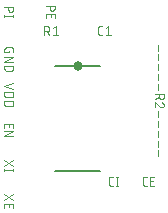
<source format=gbr>
G04 EAGLE Gerber RS-274X export*
G75*
%MOMM*%
%FSLAX34Y34*%
%LPD*%
%INSilkscreen Top*%
%IPPOS*%
%AMOC8*
5,1,8,0,0,1.08239X$1,22.5*%
G01*
%ADD10C,0.050800*%
%ADD11C,0.127000*%
%ADD12C,0.800000*%


D10*
X115713Y160254D02*
X114019Y160254D01*
X113938Y160256D01*
X113858Y160262D01*
X113778Y160271D01*
X113699Y160285D01*
X113620Y160302D01*
X113542Y160323D01*
X113465Y160347D01*
X113390Y160375D01*
X113316Y160407D01*
X113243Y160442D01*
X113173Y160481D01*
X113104Y160523D01*
X113037Y160568D01*
X112972Y160616D01*
X112910Y160668D01*
X112851Y160722D01*
X112794Y160779D01*
X112740Y160838D01*
X112688Y160900D01*
X112640Y160965D01*
X112595Y161032D01*
X112553Y161101D01*
X112514Y161171D01*
X112479Y161244D01*
X112447Y161318D01*
X112419Y161393D01*
X112395Y161470D01*
X112374Y161548D01*
X112357Y161627D01*
X112343Y161706D01*
X112334Y161786D01*
X112328Y161866D01*
X112326Y161947D01*
X112326Y166181D01*
X112328Y166262D01*
X112334Y166342D01*
X112343Y166422D01*
X112357Y166501D01*
X112374Y166580D01*
X112395Y166658D01*
X112419Y166735D01*
X112447Y166810D01*
X112479Y166884D01*
X112514Y166957D01*
X112553Y167027D01*
X112595Y167096D01*
X112640Y167163D01*
X112688Y167228D01*
X112740Y167290D01*
X112794Y167349D01*
X112851Y167406D01*
X112910Y167460D01*
X112972Y167512D01*
X113037Y167560D01*
X113104Y167605D01*
X113172Y167647D01*
X113243Y167686D01*
X113316Y167721D01*
X113390Y167753D01*
X113465Y167781D01*
X113542Y167805D01*
X113620Y167826D01*
X113699Y167843D01*
X113778Y167857D01*
X113858Y167866D01*
X113938Y167872D01*
X114019Y167874D01*
X115713Y167874D01*
X118441Y166181D02*
X120557Y167874D01*
X120557Y160254D01*
X118441Y160254D02*
X122674Y160254D01*
X151814Y32754D02*
X153508Y32754D01*
X151814Y32754D02*
X151733Y32756D01*
X151653Y32762D01*
X151573Y32771D01*
X151494Y32785D01*
X151415Y32802D01*
X151337Y32823D01*
X151260Y32847D01*
X151185Y32875D01*
X151111Y32907D01*
X151038Y32942D01*
X150968Y32981D01*
X150899Y33023D01*
X150832Y33068D01*
X150767Y33116D01*
X150705Y33168D01*
X150646Y33222D01*
X150589Y33279D01*
X150535Y33338D01*
X150483Y33400D01*
X150435Y33465D01*
X150390Y33532D01*
X150348Y33601D01*
X150309Y33671D01*
X150274Y33744D01*
X150242Y33818D01*
X150214Y33893D01*
X150190Y33970D01*
X150169Y34048D01*
X150152Y34127D01*
X150138Y34206D01*
X150129Y34286D01*
X150123Y34366D01*
X150121Y34447D01*
X150121Y38681D01*
X150123Y38762D01*
X150129Y38842D01*
X150138Y38922D01*
X150152Y39001D01*
X150169Y39080D01*
X150190Y39158D01*
X150214Y39235D01*
X150242Y39310D01*
X150274Y39384D01*
X150309Y39457D01*
X150348Y39527D01*
X150390Y39596D01*
X150435Y39663D01*
X150483Y39728D01*
X150535Y39790D01*
X150589Y39849D01*
X150646Y39906D01*
X150705Y39960D01*
X150767Y40012D01*
X150832Y40060D01*
X150899Y40105D01*
X150967Y40147D01*
X151038Y40186D01*
X151111Y40221D01*
X151185Y40253D01*
X151260Y40281D01*
X151337Y40305D01*
X151415Y40326D01*
X151494Y40343D01*
X151573Y40357D01*
X151653Y40366D01*
X151733Y40372D01*
X151814Y40374D01*
X153508Y40374D01*
X156492Y32754D02*
X159879Y32754D01*
X156492Y32754D02*
X156492Y40374D01*
X159879Y40374D01*
X159032Y36987D02*
X156492Y36987D01*
X124579Y32754D02*
X122886Y32754D01*
X122805Y32756D01*
X122725Y32762D01*
X122645Y32771D01*
X122566Y32785D01*
X122487Y32802D01*
X122409Y32823D01*
X122332Y32847D01*
X122257Y32875D01*
X122183Y32907D01*
X122110Y32942D01*
X122040Y32981D01*
X121971Y33023D01*
X121904Y33068D01*
X121839Y33116D01*
X121777Y33168D01*
X121718Y33222D01*
X121661Y33279D01*
X121607Y33338D01*
X121555Y33400D01*
X121507Y33465D01*
X121462Y33532D01*
X121420Y33601D01*
X121381Y33671D01*
X121346Y33744D01*
X121314Y33818D01*
X121286Y33893D01*
X121262Y33970D01*
X121241Y34048D01*
X121224Y34127D01*
X121210Y34206D01*
X121201Y34286D01*
X121195Y34366D01*
X121193Y34447D01*
X121192Y34447D02*
X121192Y38681D01*
X121193Y38681D02*
X121195Y38762D01*
X121201Y38842D01*
X121210Y38922D01*
X121224Y39001D01*
X121241Y39080D01*
X121262Y39158D01*
X121286Y39235D01*
X121314Y39310D01*
X121346Y39384D01*
X121381Y39457D01*
X121420Y39527D01*
X121462Y39596D01*
X121507Y39663D01*
X121555Y39728D01*
X121607Y39790D01*
X121661Y39849D01*
X121718Y39906D01*
X121777Y39960D01*
X121839Y40012D01*
X121904Y40060D01*
X121971Y40105D01*
X122039Y40147D01*
X122110Y40186D01*
X122183Y40221D01*
X122257Y40253D01*
X122332Y40281D01*
X122409Y40305D01*
X122487Y40326D01*
X122566Y40343D01*
X122645Y40357D01*
X122725Y40366D01*
X122805Y40372D01*
X122886Y40374D01*
X124579Y40374D01*
X127961Y40374D02*
X127961Y32754D01*
X127114Y32754D02*
X128808Y32754D01*
X128808Y40374D02*
X127114Y40374D01*
X32754Y81893D02*
X32754Y85280D01*
X40374Y85280D01*
X40374Y81893D01*
X36987Y82740D02*
X36987Y85280D01*
X40374Y78953D02*
X32754Y78953D01*
X32754Y74720D02*
X40374Y78953D01*
X40374Y74720D02*
X32754Y74720D01*
X36987Y145686D02*
X36987Y146956D01*
X36987Y145686D02*
X32754Y145686D01*
X32754Y148226D01*
X32756Y148307D01*
X32762Y148387D01*
X32771Y148467D01*
X32785Y148546D01*
X32802Y148625D01*
X32823Y148703D01*
X32847Y148780D01*
X32875Y148855D01*
X32907Y148929D01*
X32942Y149002D01*
X32981Y149073D01*
X33023Y149141D01*
X33068Y149208D01*
X33116Y149273D01*
X33168Y149335D01*
X33222Y149394D01*
X33279Y149451D01*
X33338Y149505D01*
X33400Y149557D01*
X33465Y149605D01*
X33532Y149650D01*
X33601Y149692D01*
X33671Y149731D01*
X33744Y149766D01*
X33818Y149798D01*
X33893Y149826D01*
X33970Y149850D01*
X34048Y149871D01*
X34127Y149888D01*
X34206Y149902D01*
X34286Y149911D01*
X34366Y149917D01*
X34447Y149919D01*
X34447Y149920D02*
X38681Y149920D01*
X38681Y149919D02*
X38762Y149917D01*
X38842Y149911D01*
X38922Y149902D01*
X39001Y149888D01*
X39080Y149871D01*
X39158Y149850D01*
X39235Y149826D01*
X39310Y149798D01*
X39384Y149766D01*
X39457Y149731D01*
X39527Y149692D01*
X39596Y149650D01*
X39663Y149605D01*
X39728Y149557D01*
X39790Y149505D01*
X39849Y149451D01*
X39906Y149394D01*
X39960Y149335D01*
X40012Y149273D01*
X40060Y149208D01*
X40105Y149141D01*
X40147Y149073D01*
X40186Y149002D01*
X40221Y148929D01*
X40253Y148855D01*
X40281Y148780D01*
X40305Y148703D01*
X40326Y148625D01*
X40343Y148546D01*
X40357Y148467D01*
X40366Y148387D01*
X40372Y148307D01*
X40374Y148226D01*
X40374Y145686D01*
X40374Y142117D02*
X32754Y142117D01*
X32754Y137883D02*
X40374Y142117D01*
X40374Y137883D02*
X32754Y137883D01*
X32754Y134314D02*
X40374Y134314D01*
X40374Y132197D01*
X40372Y132107D01*
X40366Y132017D01*
X40357Y131928D01*
X40344Y131839D01*
X40326Y131751D01*
X40306Y131664D01*
X40281Y131577D01*
X40253Y131492D01*
X40221Y131408D01*
X40186Y131325D01*
X40147Y131244D01*
X40105Y131165D01*
X40060Y131087D01*
X40011Y131012D01*
X39959Y130938D01*
X39904Y130867D01*
X39846Y130798D01*
X39785Y130732D01*
X39722Y130669D01*
X39656Y130608D01*
X39587Y130550D01*
X39516Y130495D01*
X39442Y130443D01*
X39367Y130394D01*
X39289Y130349D01*
X39210Y130307D01*
X39129Y130268D01*
X39046Y130233D01*
X38962Y130201D01*
X38877Y130173D01*
X38790Y130148D01*
X38703Y130128D01*
X38615Y130110D01*
X38526Y130097D01*
X38437Y130088D01*
X38347Y130082D01*
X38257Y130080D01*
X34871Y130080D01*
X34781Y130082D01*
X34691Y130088D01*
X34602Y130097D01*
X34513Y130110D01*
X34425Y130128D01*
X34338Y130148D01*
X34251Y130173D01*
X34166Y130201D01*
X34082Y130233D01*
X33999Y130268D01*
X33918Y130307D01*
X33839Y130349D01*
X33761Y130394D01*
X33686Y130443D01*
X33612Y130495D01*
X33541Y130550D01*
X33472Y130608D01*
X33406Y130669D01*
X33343Y130732D01*
X33282Y130798D01*
X33224Y130867D01*
X33169Y130938D01*
X33117Y131012D01*
X33068Y131087D01*
X33023Y131165D01*
X32981Y131244D01*
X32942Y131325D01*
X32907Y131408D01*
X32875Y131492D01*
X32847Y131577D01*
X32822Y131664D01*
X32802Y131751D01*
X32784Y131839D01*
X32771Y131928D01*
X32762Y132017D01*
X32756Y132107D01*
X32754Y132197D01*
X32754Y134314D01*
X67754Y185309D02*
X75374Y185309D01*
X75374Y183192D01*
X75372Y183101D01*
X75366Y183010D01*
X75356Y182919D01*
X75343Y182829D01*
X75325Y182740D01*
X75304Y182651D01*
X75279Y182564D01*
X75250Y182477D01*
X75217Y182392D01*
X75181Y182309D01*
X75141Y182227D01*
X75098Y182147D01*
X75051Y182068D01*
X75001Y181992D01*
X74948Y181918D01*
X74892Y181847D01*
X74832Y181778D01*
X74770Y181711D01*
X74705Y181648D01*
X74637Y181587D01*
X74567Y181529D01*
X74494Y181474D01*
X74419Y181422D01*
X74342Y181374D01*
X74262Y181329D01*
X74181Y181287D01*
X74099Y181249D01*
X74014Y181215D01*
X73928Y181184D01*
X73841Y181157D01*
X73753Y181134D01*
X73664Y181115D01*
X73575Y181099D01*
X73484Y181087D01*
X73394Y181079D01*
X73303Y181075D01*
X73211Y181075D01*
X73120Y181079D01*
X73030Y181087D01*
X72939Y181099D01*
X72850Y181115D01*
X72761Y181134D01*
X72673Y181157D01*
X72586Y181184D01*
X72500Y181215D01*
X72415Y181249D01*
X72333Y181287D01*
X72252Y181329D01*
X72172Y181374D01*
X72095Y181422D01*
X72020Y181474D01*
X71947Y181529D01*
X71877Y181587D01*
X71809Y181648D01*
X71744Y181711D01*
X71682Y181778D01*
X71622Y181847D01*
X71566Y181918D01*
X71513Y181992D01*
X71463Y182068D01*
X71416Y182147D01*
X71373Y182227D01*
X71333Y182309D01*
X71297Y182392D01*
X71264Y182477D01*
X71235Y182564D01*
X71210Y182651D01*
X71189Y182740D01*
X71171Y182829D01*
X71158Y182919D01*
X71148Y183010D01*
X71142Y183101D01*
X71140Y183192D01*
X71141Y183192D02*
X71141Y185309D01*
X67754Y178078D02*
X67754Y174691D01*
X67754Y178078D02*
X75374Y178078D01*
X75374Y174691D01*
X71987Y175538D02*
X71987Y178078D01*
X40374Y184238D02*
X32754Y184238D01*
X40374Y184238D02*
X40374Y182121D01*
X40372Y182030D01*
X40366Y181939D01*
X40356Y181848D01*
X40343Y181758D01*
X40325Y181669D01*
X40304Y181580D01*
X40279Y181493D01*
X40250Y181406D01*
X40217Y181321D01*
X40181Y181238D01*
X40141Y181156D01*
X40098Y181076D01*
X40051Y180997D01*
X40001Y180921D01*
X39948Y180847D01*
X39892Y180776D01*
X39832Y180707D01*
X39770Y180640D01*
X39705Y180577D01*
X39637Y180516D01*
X39567Y180458D01*
X39494Y180403D01*
X39419Y180351D01*
X39342Y180303D01*
X39262Y180258D01*
X39181Y180216D01*
X39099Y180178D01*
X39014Y180144D01*
X38928Y180113D01*
X38841Y180086D01*
X38753Y180063D01*
X38664Y180044D01*
X38575Y180028D01*
X38484Y180016D01*
X38394Y180008D01*
X38303Y180004D01*
X38211Y180004D01*
X38120Y180008D01*
X38030Y180016D01*
X37939Y180028D01*
X37850Y180044D01*
X37761Y180063D01*
X37673Y180086D01*
X37586Y180113D01*
X37500Y180144D01*
X37415Y180178D01*
X37333Y180216D01*
X37252Y180258D01*
X37172Y180303D01*
X37095Y180351D01*
X37020Y180403D01*
X36947Y180458D01*
X36877Y180516D01*
X36809Y180577D01*
X36744Y180640D01*
X36682Y180707D01*
X36622Y180776D01*
X36566Y180847D01*
X36513Y180921D01*
X36463Y180997D01*
X36416Y181076D01*
X36373Y181156D01*
X36333Y181238D01*
X36297Y181321D01*
X36264Y181406D01*
X36235Y181493D01*
X36210Y181580D01*
X36189Y181669D01*
X36171Y181758D01*
X36158Y181848D01*
X36148Y181939D01*
X36142Y182030D01*
X36140Y182121D01*
X36141Y182121D02*
X36141Y184238D01*
X32754Y176609D02*
X40374Y176609D01*
X32754Y177456D02*
X32754Y175762D01*
X40374Y175762D02*
X40374Y177456D01*
X66747Y167874D02*
X66747Y160254D01*
X66747Y167874D02*
X68863Y167874D01*
X68954Y167872D01*
X69045Y167866D01*
X69136Y167856D01*
X69226Y167843D01*
X69315Y167825D01*
X69404Y167804D01*
X69491Y167779D01*
X69578Y167750D01*
X69663Y167717D01*
X69746Y167681D01*
X69828Y167641D01*
X69908Y167598D01*
X69987Y167551D01*
X70063Y167501D01*
X70137Y167448D01*
X70208Y167392D01*
X70277Y167332D01*
X70344Y167270D01*
X70407Y167205D01*
X70468Y167137D01*
X70526Y167067D01*
X70581Y166994D01*
X70633Y166919D01*
X70681Y166842D01*
X70726Y166762D01*
X70768Y166681D01*
X70806Y166599D01*
X70840Y166514D01*
X70871Y166428D01*
X70898Y166341D01*
X70921Y166253D01*
X70940Y166164D01*
X70956Y166075D01*
X70968Y165984D01*
X70976Y165894D01*
X70980Y165803D01*
X70980Y165711D01*
X70976Y165620D01*
X70968Y165530D01*
X70956Y165439D01*
X70940Y165350D01*
X70921Y165261D01*
X70898Y165173D01*
X70871Y165086D01*
X70840Y165000D01*
X70806Y164915D01*
X70768Y164833D01*
X70726Y164752D01*
X70681Y164672D01*
X70633Y164595D01*
X70581Y164520D01*
X70526Y164447D01*
X70468Y164377D01*
X70407Y164309D01*
X70344Y164244D01*
X70277Y164182D01*
X70208Y164122D01*
X70137Y164066D01*
X70063Y164013D01*
X69987Y163963D01*
X69908Y163916D01*
X69828Y163873D01*
X69746Y163833D01*
X69663Y163797D01*
X69578Y163764D01*
X69491Y163735D01*
X69404Y163710D01*
X69315Y163689D01*
X69226Y163671D01*
X69136Y163658D01*
X69045Y163648D01*
X68954Y163642D01*
X68863Y163640D01*
X68863Y163641D02*
X66747Y163641D01*
X69287Y163641D02*
X70980Y160254D01*
X74020Y166181D02*
X76137Y167874D01*
X76137Y160254D01*
X78253Y160254D02*
X74020Y160254D01*
X163217Y152285D02*
X163217Y147205D01*
X163217Y143994D02*
X163217Y138914D01*
X163217Y135704D02*
X163217Y130624D01*
X163217Y127413D02*
X163217Y122333D01*
X163217Y119122D02*
X163217Y114042D01*
X160254Y110610D02*
X167874Y110610D01*
X167874Y108494D01*
X167872Y108403D01*
X167866Y108312D01*
X167856Y108221D01*
X167843Y108131D01*
X167825Y108042D01*
X167804Y107953D01*
X167779Y107866D01*
X167750Y107779D01*
X167717Y107694D01*
X167681Y107611D01*
X167641Y107529D01*
X167598Y107449D01*
X167551Y107370D01*
X167501Y107294D01*
X167448Y107220D01*
X167392Y107149D01*
X167332Y107080D01*
X167270Y107013D01*
X167205Y106950D01*
X167137Y106889D01*
X167067Y106831D01*
X166994Y106776D01*
X166919Y106724D01*
X166842Y106676D01*
X166762Y106631D01*
X166681Y106589D01*
X166599Y106551D01*
X166514Y106517D01*
X166428Y106486D01*
X166341Y106459D01*
X166253Y106436D01*
X166164Y106417D01*
X166075Y106401D01*
X165984Y106389D01*
X165894Y106381D01*
X165803Y106377D01*
X165711Y106377D01*
X165620Y106381D01*
X165530Y106389D01*
X165439Y106401D01*
X165350Y106417D01*
X165261Y106436D01*
X165173Y106459D01*
X165086Y106486D01*
X165000Y106517D01*
X164915Y106551D01*
X164833Y106589D01*
X164752Y106631D01*
X164672Y106676D01*
X164595Y106724D01*
X164520Y106776D01*
X164447Y106831D01*
X164377Y106889D01*
X164309Y106950D01*
X164244Y107013D01*
X164182Y107080D01*
X164122Y107149D01*
X164066Y107220D01*
X164013Y107294D01*
X163963Y107370D01*
X163916Y107449D01*
X163873Y107529D01*
X163833Y107611D01*
X163797Y107694D01*
X163764Y107779D01*
X163735Y107866D01*
X163710Y107953D01*
X163689Y108042D01*
X163671Y108131D01*
X163658Y108221D01*
X163648Y108312D01*
X163642Y108403D01*
X163640Y108494D01*
X163641Y108494D02*
X163641Y110610D01*
X163641Y108070D02*
X160254Y106377D01*
X165969Y99104D02*
X166054Y99106D01*
X166140Y99112D01*
X166225Y99121D01*
X166309Y99135D01*
X166393Y99152D01*
X166476Y99173D01*
X166558Y99197D01*
X166638Y99225D01*
X166718Y99257D01*
X166796Y99293D01*
X166872Y99331D01*
X166946Y99374D01*
X167018Y99419D01*
X167089Y99468D01*
X167157Y99520D01*
X167222Y99574D01*
X167285Y99632D01*
X167346Y99693D01*
X167404Y99756D01*
X167458Y99821D01*
X167510Y99889D01*
X167559Y99960D01*
X167604Y100032D01*
X167647Y100106D01*
X167685Y100182D01*
X167721Y100260D01*
X167753Y100340D01*
X167781Y100420D01*
X167805Y100502D01*
X167826Y100585D01*
X167843Y100669D01*
X167857Y100753D01*
X167866Y100838D01*
X167872Y100924D01*
X167874Y101009D01*
X167872Y101105D01*
X167866Y101201D01*
X167857Y101297D01*
X167844Y101392D01*
X167827Y101487D01*
X167806Y101581D01*
X167782Y101674D01*
X167754Y101766D01*
X167723Y101857D01*
X167687Y101946D01*
X167649Y102034D01*
X167607Y102121D01*
X167562Y102205D01*
X167513Y102288D01*
X167461Y102369D01*
X167406Y102448D01*
X167348Y102525D01*
X167287Y102599D01*
X167223Y102671D01*
X167156Y102740D01*
X167087Y102807D01*
X167015Y102871D01*
X166941Y102932D01*
X166864Y102990D01*
X166785Y103045D01*
X166704Y103096D01*
X166621Y103145D01*
X166536Y103190D01*
X166450Y103232D01*
X166361Y103271D01*
X166272Y103306D01*
X166181Y103337D01*
X164487Y99739D02*
X164549Y99677D01*
X164613Y99618D01*
X164679Y99562D01*
X164748Y99508D01*
X164819Y99458D01*
X164893Y99410D01*
X164968Y99366D01*
X165045Y99325D01*
X165123Y99287D01*
X165203Y99253D01*
X165285Y99222D01*
X165368Y99194D01*
X165451Y99171D01*
X165536Y99150D01*
X165622Y99134D01*
X165708Y99121D01*
X165795Y99111D01*
X165882Y99106D01*
X165969Y99104D01*
X164487Y99739D02*
X160254Y103337D01*
X160254Y99104D01*
X163217Y95958D02*
X163217Y90878D01*
X163217Y87667D02*
X163217Y82587D01*
X163217Y79376D02*
X163217Y74296D01*
X163217Y71086D02*
X163217Y66006D01*
X163217Y62795D02*
X163217Y57715D01*
X40374Y120009D02*
X32754Y117469D01*
X40374Y114929D01*
X40374Y112027D02*
X32754Y112027D01*
X40374Y112027D02*
X40374Y109910D01*
X40372Y109820D01*
X40366Y109730D01*
X40357Y109641D01*
X40344Y109552D01*
X40326Y109464D01*
X40306Y109377D01*
X40281Y109290D01*
X40253Y109205D01*
X40221Y109121D01*
X40186Y109038D01*
X40147Y108957D01*
X40105Y108878D01*
X40060Y108800D01*
X40011Y108725D01*
X39959Y108651D01*
X39904Y108580D01*
X39846Y108511D01*
X39785Y108445D01*
X39722Y108382D01*
X39656Y108321D01*
X39587Y108263D01*
X39516Y108208D01*
X39442Y108156D01*
X39367Y108107D01*
X39289Y108062D01*
X39210Y108020D01*
X39129Y107981D01*
X39046Y107946D01*
X38962Y107914D01*
X38877Y107886D01*
X38790Y107861D01*
X38703Y107841D01*
X38615Y107823D01*
X38526Y107810D01*
X38437Y107801D01*
X38347Y107795D01*
X38257Y107793D01*
X38257Y107794D02*
X34871Y107794D01*
X34871Y107793D02*
X34781Y107795D01*
X34691Y107801D01*
X34602Y107810D01*
X34513Y107823D01*
X34425Y107841D01*
X34338Y107861D01*
X34251Y107886D01*
X34166Y107914D01*
X34082Y107946D01*
X33999Y107981D01*
X33918Y108020D01*
X33839Y108062D01*
X33761Y108107D01*
X33686Y108156D01*
X33612Y108208D01*
X33541Y108263D01*
X33472Y108321D01*
X33406Y108382D01*
X33343Y108445D01*
X33282Y108511D01*
X33224Y108580D01*
X33169Y108651D01*
X33117Y108725D01*
X33068Y108800D01*
X33023Y108878D01*
X32981Y108957D01*
X32942Y109038D01*
X32907Y109121D01*
X32875Y109205D01*
X32847Y109290D01*
X32822Y109377D01*
X32802Y109464D01*
X32784Y109552D01*
X32771Y109641D01*
X32762Y109730D01*
X32756Y109820D01*
X32754Y109910D01*
X32754Y112027D01*
X32754Y104224D02*
X40374Y104224D01*
X40374Y102107D01*
X40372Y102017D01*
X40366Y101927D01*
X40357Y101838D01*
X40344Y101749D01*
X40326Y101661D01*
X40306Y101574D01*
X40281Y101487D01*
X40253Y101402D01*
X40221Y101318D01*
X40186Y101235D01*
X40147Y101154D01*
X40105Y101075D01*
X40060Y100997D01*
X40011Y100922D01*
X39959Y100848D01*
X39904Y100777D01*
X39846Y100708D01*
X39785Y100642D01*
X39722Y100579D01*
X39656Y100518D01*
X39587Y100460D01*
X39516Y100405D01*
X39442Y100353D01*
X39367Y100304D01*
X39289Y100259D01*
X39210Y100217D01*
X39129Y100178D01*
X39046Y100143D01*
X38962Y100111D01*
X38877Y100083D01*
X38790Y100058D01*
X38703Y100038D01*
X38615Y100020D01*
X38526Y100007D01*
X38437Y99998D01*
X38347Y99992D01*
X38257Y99990D01*
X38257Y99991D02*
X34871Y99991D01*
X34871Y99990D02*
X34781Y99992D01*
X34691Y99998D01*
X34602Y100007D01*
X34513Y100020D01*
X34425Y100038D01*
X34338Y100058D01*
X34251Y100083D01*
X34166Y100111D01*
X34082Y100143D01*
X33999Y100178D01*
X33918Y100217D01*
X33839Y100259D01*
X33761Y100304D01*
X33686Y100353D01*
X33612Y100405D01*
X33541Y100460D01*
X33472Y100518D01*
X33406Y100579D01*
X33343Y100642D01*
X33282Y100708D01*
X33224Y100777D01*
X33169Y100848D01*
X33117Y100922D01*
X33068Y100997D01*
X33023Y101075D01*
X32981Y101154D01*
X32942Y101235D01*
X32907Y101318D01*
X32875Y101402D01*
X32847Y101487D01*
X32822Y101574D01*
X32802Y101661D01*
X32784Y101749D01*
X32771Y101838D01*
X32762Y101927D01*
X32756Y102017D01*
X32754Y102107D01*
X32754Y104224D01*
X32754Y25691D02*
X40374Y20611D01*
X40374Y25691D02*
X32754Y20611D01*
X32754Y17696D02*
X32754Y14309D01*
X32754Y17696D02*
X40374Y17696D01*
X40374Y14309D01*
X36987Y15156D02*
X36987Y17696D01*
X40374Y49539D02*
X32754Y54619D01*
X32754Y49539D02*
X40374Y54619D01*
X40374Y46227D02*
X32754Y46227D01*
X32754Y45381D02*
X32754Y47074D01*
X40374Y47074D02*
X40374Y45381D01*
D11*
X75950Y134450D02*
X114050Y134450D01*
X114050Y45550D02*
X75950Y45550D01*
D12*
X95000Y134450D03*
M02*

</source>
